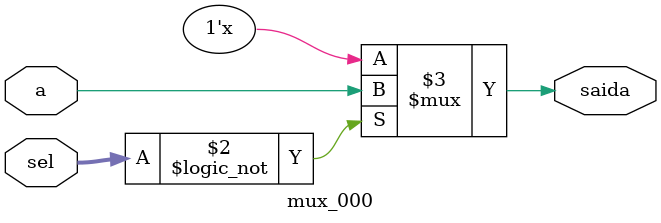
<source format=v>
module mux_000 (a, sel, saida);
	input a;
	input [2:0] sel;
	output reg saida;
	
	always @ (sel)
		if(sel == 3'b000)
			saida <= a;
endmodule
</source>
